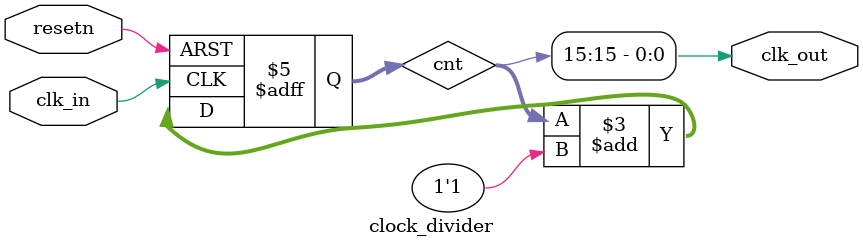
<source format=v>

module clock_divider #(
    parameter integer N = 16
) (
    input  wire clk_in,
    input  wire resetn,        // active-low reset
    output wire clk_out
);
    reg [N-1:0] cnt = {N{1'b0}};
    always @(posedge clk_in or negedge resetn) begin
        if (!resetn)
            cnt <= {N{1'b0}};
        else
            cnt <= cnt + 1'b1;
    end
    assign clk_out = cnt[N-1];
endmodule

</source>
